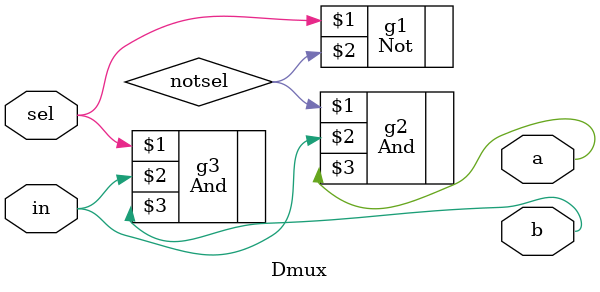
<source format=v>
`include "./gates.v"

module Mux(input a, b, sel, output out);
    Not g1(sel,notsel);
    And g2(a,notsel,and1);
    And g3(sel,b,and2);
    Or  g4(and1,and2,out);
endmodule

module Dmux(input in, sel, output a, b); 
    Not g1(sel,notsel);
    And g2(notsel,in,a);
    And g3(sel,in,b);
endmodule

</source>
